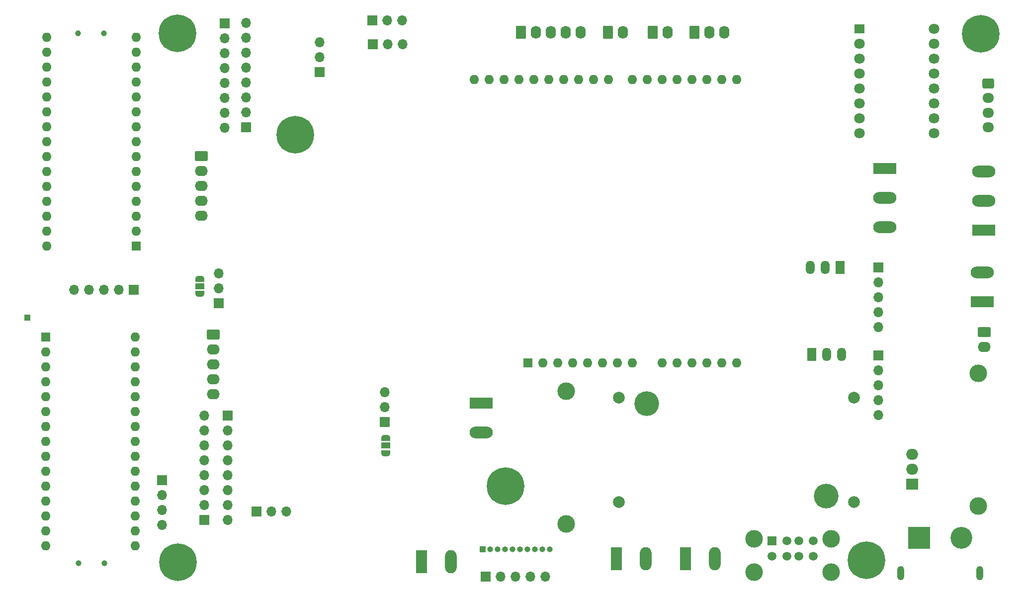
<source format=gbr>
%TF.GenerationSoftware,KiCad,Pcbnew,(6.0.0)*%
%TF.CreationDate,2022-06-20T16:18:32+01:00*%
%TF.ProjectId,RemoteLabs_supervisor_PCB,52656d6f-7465-44c6-9162-735f73757065,rev?*%
%TF.SameCoordinates,Original*%
%TF.FileFunction,Soldermask,Bot*%
%TF.FilePolarity,Negative*%
%FSLAX46Y46*%
G04 Gerber Fmt 4.6, Leading zero omitted, Abs format (unit mm)*
G04 Created by KiCad (PCBNEW (6.0.0)) date 2022-06-20 16:18:32*
%MOMM*%
%LPD*%
G01*
G04 APERTURE LIST*
G04 Aperture macros list*
%AMRoundRect*
0 Rectangle with rounded corners*
0 $1 Rounding radius*
0 $2 $3 $4 $5 $6 $7 $8 $9 X,Y pos of 4 corners*
0 Add a 4 corners polygon primitive as box body*
4,1,4,$2,$3,$4,$5,$6,$7,$8,$9,$2,$3,0*
0 Add four circle primitives for the rounded corners*
1,1,$1+$1,$2,$3*
1,1,$1+$1,$4,$5*
1,1,$1+$1,$6,$7*
1,1,$1+$1,$8,$9*
0 Add four rect primitives between the rounded corners*
20,1,$1+$1,$2,$3,$4,$5,0*
20,1,$1+$1,$4,$5,$6,$7,0*
20,1,$1+$1,$6,$7,$8,$9,0*
20,1,$1+$1,$8,$9,$2,$3,0*%
%AMFreePoly0*
4,1,22,0.550000,-0.750000,0.000000,-0.750000,0.000000,-0.745033,-0.079941,-0.743568,-0.215256,-0.701293,-0.333266,-0.622738,-0.424486,-0.514219,-0.481581,-0.384460,-0.499164,-0.250000,-0.500000,-0.250000,-0.500000,0.250000,-0.499164,0.250000,-0.499963,0.256109,-0.478152,0.396186,-0.417904,0.524511,-0.324060,0.630769,-0.204165,0.706417,-0.067858,0.745374,0.000000,0.744959,0.000000,0.750000,
0.550000,0.750000,0.550000,-0.750000,0.550000,-0.750000,$1*%
%AMFreePoly1*
4,1,20,0.000000,0.744959,0.073905,0.744508,0.209726,0.703889,0.328688,0.626782,0.421226,0.519385,0.479903,0.390333,0.500000,0.250000,0.500000,-0.250000,0.499851,-0.262216,0.476331,-0.402017,0.414519,-0.529596,0.319384,-0.634700,0.198574,-0.708877,0.061801,-0.746166,0.000000,-0.745033,0.000000,-0.750000,-0.550000,-0.750000,-0.550000,0.750000,0.000000,0.750000,0.000000,0.744959,
0.000000,0.744959,$1*%
G04 Aperture macros list end*
%ADD10R,1.700000X1.700000*%
%ADD11O,1.700000X1.700000*%
%ADD12RoundRect,0.250000X-0.725000X0.600000X-0.725000X-0.600000X0.725000X-0.600000X0.725000X0.600000X0*%
%ADD13O,1.950000X1.700000*%
%ADD14C,3.000000*%
%ADD15R,1.980000X3.960000*%
%ADD16O,1.980000X3.960000*%
%ADD17R,3.960000X1.980000*%
%ADD18O,3.960000X1.980000*%
%ADD19RoundRect,0.250000X-0.620000X-0.845000X0.620000X-0.845000X0.620000X0.845000X-0.620000X0.845000X0*%
%ADD20O,1.740000X2.190000*%
%ADD21R,1.500000X2.300000*%
%ADD22O,1.500000X2.300000*%
%ADD23R,1.000000X1.000000*%
%ADD24O,1.000000X1.000000*%
%ADD25RoundRect,0.250000X-0.845000X0.620000X-0.845000X-0.620000X0.845000X-0.620000X0.845000X0.620000X0*%
%ADD26O,2.190000X1.740000*%
%ADD27C,0.800000*%
%ADD28C,6.400000*%
%ADD29C,4.200000*%
%ADD30C,2.000000*%
%ADD31R,1.600000X1.600000*%
%ADD32O,1.600000X1.600000*%
%ADD33C,3.716000*%
%ADD34R,3.716000X3.716000*%
%ADD35O,1.200000X2.400000*%
%ADD36C,1.000000*%
%ADD37R,2.000000X1.905000*%
%ADD38O,2.000000X1.905000*%
%ADD39R,1.500000X1.500000*%
%ADD40C,1.500000*%
%ADD41R,1.800000X1.524000*%
%ADD42C,1.800000*%
%ADD43FreePoly0,90.000000*%
%ADD44R,1.500000X1.000000*%
%ADD45FreePoly1,90.000000*%
G04 APERTURE END LIST*
D10*
%TO.C,J20*%
X110439200Y-24942800D03*
D11*
X112979200Y-24942800D03*
X115519200Y-24942800D03*
%TD*%
D12*
%TO.C,J19*%
X215392000Y-35690800D03*
D13*
X215392000Y-38190800D03*
X215392000Y-40690800D03*
X215392000Y-43190800D03*
%TD*%
D14*
%TO.C,F2*%
X143510000Y-88138000D03*
X143510000Y-110738000D03*
%TD*%
D15*
%TO.C,J31*%
X152044400Y-116636800D03*
D16*
X157044400Y-116636800D03*
%TD*%
D17*
%TO.C,J17*%
X197805200Y-50178600D03*
D18*
X197805200Y-55178600D03*
X197805200Y-60178600D03*
%TD*%
D10*
%TO.C,J15*%
X101498400Y-33782000D03*
D11*
X101498400Y-31242000D03*
X101498400Y-28702000D03*
%TD*%
D19*
%TO.C,J24*%
X158242000Y-27025600D03*
D20*
X160782000Y-27025600D03*
%TD*%
D21*
%TO.C,U18*%
X190144400Y-67056000D03*
D22*
X187604400Y-67056000D03*
X185064400Y-67056000D03*
%TD*%
D10*
%TO.C,J9*%
X74625200Y-103286400D03*
D11*
X74625200Y-105826400D03*
X74625200Y-108366400D03*
X74625200Y-110906400D03*
%TD*%
D19*
%TO.C,J23*%
X150622000Y-26994800D03*
D20*
X153162000Y-26994800D03*
%TD*%
D10*
%TO.C,J14*%
X89001600Y-43180000D03*
D11*
X89001600Y-40640000D03*
X89001600Y-38100000D03*
X89001600Y-35560000D03*
X89001600Y-33020000D03*
X89001600Y-30480000D03*
X89001600Y-27940000D03*
X89001600Y-25400000D03*
%TD*%
D15*
%TO.C,J30*%
X163830000Y-116636800D03*
D16*
X168830000Y-116636800D03*
%TD*%
D23*
%TO.C,J32*%
X129250600Y-115062000D03*
D24*
X130520600Y-115062000D03*
X131790600Y-115062000D03*
X133060600Y-115062000D03*
X134330600Y-115062000D03*
X135600600Y-115062000D03*
X136870600Y-115062000D03*
X138140600Y-115062000D03*
X139410600Y-115062000D03*
X140680600Y-115062000D03*
%TD*%
D25*
%TO.C,J26*%
X83362800Y-78486000D03*
D26*
X83362800Y-81026000D03*
X83362800Y-83566000D03*
X83362800Y-86106000D03*
X83362800Y-88646000D03*
%TD*%
D10*
%TO.C,J29*%
X84328000Y-73137000D03*
D11*
X84328000Y-70597000D03*
X84328000Y-68057000D03*
%TD*%
D15*
%TO.C,J22*%
X118872000Y-117195600D03*
D16*
X123872000Y-117195600D03*
%TD*%
D27*
%TO.C,H5*%
X131449744Y-105989456D03*
X131449744Y-102595344D03*
X134843856Y-102595344D03*
X133146800Y-106692400D03*
D28*
X133146800Y-104292400D03*
D27*
X130746800Y-104292400D03*
X134843856Y-105989456D03*
X135546800Y-104292400D03*
X133146800Y-101892400D03*
%TD*%
D10*
%TO.C,J21*%
X110540800Y-29057600D03*
D11*
X113080800Y-29057600D03*
X115620800Y-29057600D03*
%TD*%
D29*
%TO.C,A5*%
X157251400Y-90271600D03*
X187782200Y-106019600D03*
D30*
X192506600Y-89204800D03*
X192506600Y-106984800D03*
X152501600Y-89204800D03*
X152501600Y-106984800D03*
%TD*%
D19*
%TO.C,J2*%
X165303200Y-27025600D03*
D20*
X167843200Y-27025600D03*
X170383200Y-27025600D03*
%TD*%
D14*
%TO.C,F1*%
X213715600Y-107696000D03*
X213715600Y-85096000D03*
%TD*%
D10*
%TO.C,J10*%
X85852000Y-92303600D03*
D11*
X85852000Y-94843600D03*
X85852000Y-97383600D03*
X85852000Y-99923600D03*
X85852000Y-102463600D03*
X85852000Y-105003600D03*
X85852000Y-107543600D03*
X85852000Y-110083600D03*
%TD*%
D27*
%TO.C,H1*%
X78963856Y-25430144D03*
X79666800Y-27127200D03*
X78963856Y-28824256D03*
X74866800Y-27127200D03*
X77266800Y-24727200D03*
X77266800Y-29527200D03*
D28*
X77266800Y-27127200D03*
D27*
X75569744Y-25430144D03*
X75569744Y-28824256D03*
%TD*%
D17*
%TO.C,J16*%
X128981200Y-90148200D03*
D18*
X128981200Y-95148200D03*
%TD*%
D17*
%TO.C,J18*%
X214579200Y-60706000D03*
D18*
X214579200Y-55706000D03*
X214579200Y-50706000D03*
%TD*%
D10*
%TO.C,J33*%
X196646800Y-81991200D03*
D11*
X196646800Y-84531200D03*
X196646800Y-87071200D03*
X196646800Y-89611200D03*
X196646800Y-92151200D03*
%TD*%
D27*
%TO.C,H2*%
X79065456Y-115549344D03*
X79768400Y-117246400D03*
X77368400Y-119646400D03*
X77368400Y-114846400D03*
X79065456Y-118943456D03*
X75671344Y-115549344D03*
X74968400Y-117246400D03*
D28*
X77368400Y-117246400D03*
D27*
X75671344Y-118943456D03*
%TD*%
D31*
%TO.C,A2*%
X70231000Y-63432923D03*
D32*
X70231000Y-60892923D03*
X70231000Y-58352923D03*
X70231000Y-55812923D03*
X70231000Y-53272923D03*
X70231000Y-50732923D03*
X70231000Y-48192923D03*
X70231000Y-45652923D03*
X70231000Y-43112923D03*
X70231000Y-40572923D03*
X70231000Y-38032923D03*
X70231000Y-35492923D03*
X70231000Y-32952923D03*
X70231000Y-30412923D03*
X70231000Y-27872923D03*
X54991000Y-27872923D03*
X54991000Y-30412923D03*
X54991000Y-32952923D03*
X54991000Y-35492923D03*
X54991000Y-38032923D03*
X54991000Y-40572923D03*
X54991000Y-43112923D03*
X54991000Y-45652923D03*
X54991000Y-48192923D03*
X54991000Y-50732923D03*
X54991000Y-53272923D03*
X54991000Y-55812923D03*
X54991000Y-58352923D03*
X54991000Y-60892923D03*
X54991000Y-63432923D03*
%TD*%
D10*
%TO.C,J36*%
X69850000Y-70866000D03*
D11*
X67310000Y-70866000D03*
X64770000Y-70866000D03*
X62230000Y-70866000D03*
X59690000Y-70866000D03*
%TD*%
D23*
%TO.C,J28*%
X51714400Y-75590400D03*
%TD*%
D21*
%TO.C,U1*%
X185318400Y-81838800D03*
D22*
X187858400Y-81838800D03*
X190398400Y-81838800D03*
%TD*%
D33*
%TO.C,J3*%
X210820000Y-113080800D03*
D34*
X203620000Y-113080800D03*
D35*
X200470000Y-119080800D03*
X213970000Y-119080800D03*
%TD*%
D25*
%TO.C,J1*%
X81330800Y-48056800D03*
D26*
X81330800Y-50596800D03*
X81330800Y-53136800D03*
X81330800Y-55676800D03*
X81330800Y-58216800D03*
%TD*%
D31*
%TO.C,A1*%
X54856000Y-78868500D03*
D32*
X54856000Y-81408500D03*
X54856000Y-83948500D03*
X54856000Y-86488500D03*
X54856000Y-89028500D03*
X54856000Y-91568500D03*
X54856000Y-94108500D03*
X54856000Y-96648500D03*
X54856000Y-99188500D03*
X54856000Y-101728500D03*
X54856000Y-104268500D03*
X54856000Y-106808500D03*
X54856000Y-109348500D03*
X54856000Y-111888500D03*
X54856000Y-114428500D03*
X70096000Y-114428500D03*
X70096000Y-111888500D03*
X70096000Y-109348500D03*
X70096000Y-106808500D03*
X70096000Y-104268500D03*
X70096000Y-101728500D03*
X70096000Y-99188500D03*
X70096000Y-96648500D03*
X70096000Y-94108500D03*
X70096000Y-91568500D03*
X70096000Y-89028500D03*
X70096000Y-86488500D03*
X70096000Y-83948500D03*
X70096000Y-81408500D03*
X70096000Y-78868500D03*
%TD*%
D36*
%TO.C,J7*%
X64806000Y-117444400D03*
X60406000Y-117444400D03*
%TD*%
D31*
%TO.C,A3*%
X136956800Y-83309520D03*
D32*
X139496800Y-83309520D03*
X142036800Y-83309520D03*
X144576800Y-83309520D03*
X147116800Y-83309520D03*
X149656800Y-83309520D03*
X152196800Y-83309520D03*
X154736800Y-83309520D03*
X159816800Y-83309520D03*
X162356800Y-83309520D03*
X164896800Y-83309520D03*
X167436800Y-83309520D03*
X169976800Y-83309520D03*
X172516800Y-83309520D03*
X172516800Y-35049520D03*
X169976800Y-35049520D03*
X167436800Y-35049520D03*
X164896800Y-35049520D03*
X162356800Y-35049520D03*
X159816800Y-35049520D03*
X157276800Y-35049520D03*
X154736800Y-35049520D03*
X150676800Y-35049520D03*
X148136800Y-35049520D03*
X145596800Y-35049520D03*
X143056800Y-35049520D03*
X140516800Y-35049520D03*
X137976800Y-35049520D03*
X135436800Y-35049520D03*
X132896800Y-35049520D03*
X130356800Y-35049520D03*
X127816800Y-35049520D03*
%TD*%
D37*
%TO.C,Q1*%
X202438000Y-103936800D03*
D38*
X202438000Y-101396800D03*
X202438000Y-98856800D03*
%TD*%
D19*
%TO.C,J25*%
X135788400Y-27025600D03*
D20*
X138328400Y-27025600D03*
X140868400Y-27025600D03*
X143408400Y-27025600D03*
X145948400Y-27025600D03*
%TD*%
D10*
%TO.C,J27*%
X112572800Y-93355400D03*
D11*
X112572800Y-90815400D03*
X112572800Y-88275400D03*
%TD*%
D10*
%TO.C,J11*%
X90779600Y-108610400D03*
D11*
X93319600Y-108610400D03*
X95859600Y-108610400D03*
%TD*%
D10*
%TO.C,J8*%
X81889600Y-110032800D03*
D11*
X81889600Y-107492800D03*
X81889600Y-104952800D03*
X81889600Y-102412800D03*
X81889600Y-99872800D03*
X81889600Y-97332800D03*
X81889600Y-94792800D03*
X81889600Y-92252800D03*
%TD*%
D27*
%TO.C,H6*%
X196362656Y-118638656D03*
X192968544Y-118638656D03*
X196362656Y-115244544D03*
D28*
X194665600Y-116941600D03*
D27*
X194665600Y-114541600D03*
X197065600Y-116941600D03*
X192265600Y-116941600D03*
X192968544Y-115244544D03*
X194665600Y-119341600D03*
%TD*%
%TO.C,H3*%
X215819056Y-28976656D03*
X216522000Y-27279600D03*
D28*
X214122000Y-27279600D03*
D27*
X215819056Y-25582544D03*
X212424944Y-25582544D03*
X214122000Y-29679600D03*
X212424944Y-28976656D03*
X214122000Y-24879600D03*
X211722000Y-27279600D03*
%TD*%
D10*
%TO.C,J34*%
X196646800Y-67061000D03*
D11*
X196646800Y-69601000D03*
X196646800Y-72141000D03*
X196646800Y-74681000D03*
X196646800Y-77221000D03*
%TD*%
D10*
%TO.C,J35*%
X129748200Y-119735600D03*
D11*
X132288200Y-119735600D03*
X134828200Y-119735600D03*
X137368200Y-119735600D03*
X139908200Y-119735600D03*
%TD*%
D25*
%TO.C,J4*%
X214731600Y-78079600D03*
D26*
X214731600Y-80619600D03*
%TD*%
D39*
%TO.C,J5*%
X178584000Y-113643600D03*
D40*
X181084000Y-113643600D03*
X183084000Y-113643600D03*
X185584000Y-113643600D03*
X178584000Y-116263600D03*
X181084000Y-116263600D03*
X183084000Y-116263600D03*
X185584000Y-116263600D03*
D14*
X188654000Y-118973600D03*
X188654000Y-113293600D03*
X175514000Y-118973600D03*
X175514000Y-113293600D03*
%TD*%
D17*
%TO.C,J6*%
X214376000Y-72847200D03*
D18*
X214376000Y-67847200D03*
%TD*%
D27*
%TO.C,H4*%
X99783600Y-44450000D03*
X97383600Y-42050000D03*
X99080656Y-42752944D03*
X97383600Y-46850000D03*
D28*
X97383600Y-44450000D03*
D27*
X99080656Y-46147056D03*
X95686544Y-42752944D03*
X95686544Y-46147056D03*
X94983600Y-44450000D03*
%TD*%
D36*
%TO.C,J13*%
X60365200Y-27132400D03*
X64765200Y-27132400D03*
%TD*%
D10*
%TO.C,J12*%
X85293200Y-25450800D03*
D11*
X85293200Y-27990800D03*
X85293200Y-30530800D03*
X85293200Y-33070800D03*
X85293200Y-35610800D03*
X85293200Y-38150800D03*
X85293200Y-40690800D03*
X85293200Y-43230800D03*
%TD*%
D41*
%TO.C,A4*%
X193446400Y-26416000D03*
D42*
X193446400Y-28956000D03*
X193446400Y-31496000D03*
X193446400Y-34036000D03*
X193446400Y-36576000D03*
X193446400Y-39116000D03*
X193446400Y-41656000D03*
X193446400Y-44196000D03*
X206146400Y-44196000D03*
X206146400Y-41656000D03*
X206146400Y-39116000D03*
X206146400Y-36576000D03*
X206146400Y-34036000D03*
X206146400Y-31496000D03*
X206146400Y-28956000D03*
X206146400Y-26416000D03*
%TD*%
D43*
%TO.C,JP1*%
X81127600Y-71556400D03*
D44*
X81127600Y-70256400D03*
D45*
X81127600Y-68956400D03*
%TD*%
D43*
%TO.C,JP2*%
X112776000Y-98683600D03*
D44*
X112776000Y-97383600D03*
D45*
X112776000Y-96083600D03*
%TD*%
M02*

</source>
